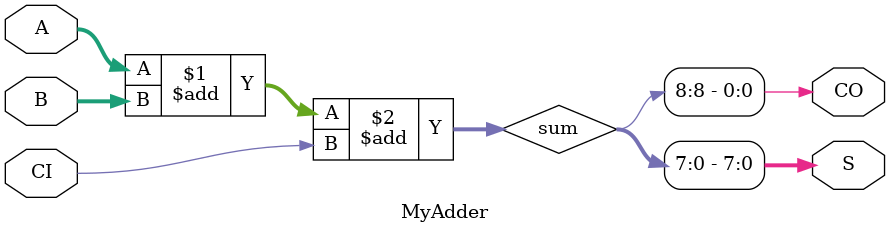
<source format=v>

module ALU(input [10:0] OP,
           input [7:0] A,
           input [7:0] B,
           input CI,
           output reg CO,
           output reg VO,
           output reg SO,
           output reg ZO,
           output reg [7:0] Result,
           output reg [7:0] IntR);

  // Declare intermediate wires
  wire [7:0] add_out, sub_out, and_out, or_out, xor_out, inc_out, dec_out, sl_out, sr_out, rl_out, rr_out, slt_out;
  wire [7:0] add_in_b, sub_in_b, sl_in_b, sr_in_b, rl_in_b, rr_in_b;
  wire add_cout, sub_cout, sl_cout, sr_cout;
  
  // Define intermediate logic
  assign add_in_b = B;
  assign sub_in_b = ~B + 1;
  assign sl_in_b = B << 1;
  assign sr_in_b = B >> 1;
  assign rl_in_b = {B[6:0], B[7]};
  assign rr_in_b = {B[0], B[7:1]};
  
  MyAdder adder(.A(A), .B(add_in_b), .CI(CI), .S(add_out), .CO(add_cout));
  MyAdder adder_sub(.A(A), .B(sub_in_b), .CI(CI), .S(sub_out), .CO(sub_cout));
  assign and_out = A & B;
  assign or_out = A | B;
  assign xor_out = A ^ B;
  assign inc_out = A + 1;
  assign dec_out = A - 1;
  assign sl_out = sl_in_b;
  MyAdder shifter_r(.A(A), .B(sr_in_b), .CI(sr_in_b[0]), .S(sr_out), .CO(sr_cout));
  assign rl_out = rl_in_b;
  assign rr_out = rr_in_b;
  assign slt_out = (A < B) ? 1 : 0;
  
  // Select output based on OP
  always @(*) begin
    case (OP)
      11'b00_00_00_000: begin // ADD
        IntR = add_out;
        Result = add_out;
        CO = add_cout;
        VO = (A[7] == B[7] && A[7] != Result[7]) ? 1 : 0;
        SO = Result[7];
        ZO = (Result == 0) ? 1 : 0;
      end
      11'b00_00_00_001: begin // SUB
        IntR = sub_out;
        Result = sub_out;
        CO = sub_cout;
        VO = (A[7] != B[7] && A[7] != Result[7]) ? 1 : 0;
        SO = Result[7];
        ZO = (Result == 0) ? 1 : 0;
      end
      11'b00_00_00_010: begin // AND
        IntR = and_out;
        Result = and_out;
        CO = 1'b0;
        VO = 1'b0;
        SO = Result[7];
        ZO = (Result == 0) ? 1 : 0;
      end
      11'b00_00_00_011: begin // OR
        IntR = or_out;
        Result = or_out;
        CO = 1'b0;
        VO = 1'b0;
        SO = Result[7];
        ZO = (Result == 0) ? 1 : 0;
      end
      11'b00_00_00_100: begin // XOR
        IntR = xor_out;
        Result = xor_out;
        CO = 1'b0;
        VO = 1'b0;
        SO = Result[7];
        ZO = (Result == 0) ? 1 : 0;
      end
      11'b00_00_00_101: begin // INC
        IntR = inc_out;
        Result = inc_out;
        CO = (A == 8'hFF) ? 1 : 0;
        VO = (A[7] == 1 && Result[7] == 0) ? 1 : 0;
        SO = Result[7];
        ZO = (Result == 0) ? 1 : 0;
      end
      11'b00_00_00_110: begin // DEC
        IntR = dec_out;
        Result = dec_out;
        CO = (A == 8'h00) ? 1 : 0;
        VO = (A[7] == 0 && Result[7] == 1) ? 1 : 0;
        SO = Result[7];
        ZO = (Result == 0) ? 1 : 0;
      end
      11'b00_00_00_111: begin // SHL
        IntR = sl_out;
        Result = sl_out;
        CO = A[7];
        VO = (A[7] != Result[7]) ? 1 : 0;
        SO = Result[7];
        ZO = (Result == 0) ? 1 : 0;
      end
      11'b00_00_01_000: begin // SHR
        IntR = sr_out;
        Result = sr_out;
        CO = A[0];
        VO = 1'b0;
        SO = Result[7];
        ZO = (Result == 0) ? 1 : 0;
      end
      11'b00_00_01_001: begin // ROL
        IntR = rl_out;
        Result = rl_out;
        CO = A[7];
        VO = (A[7] != Result[7]) ? 1 : 0;
        SO = Result[7];
        ZO = (Result == 0) ? 1 : 0;
      end
      11'b00_00_01_010: begin // ROR
        IntR = rr_out;
        Result = rr_out;
        CO = A[0];
        VO = (A[0] != Result[0]) ? 1 : 0;
        SO = Result[7];
        ZO = (Result == 0) ? 1 : 0;
      end
      11'b00_00_01_011: begin // SLT
        IntR = slt_out;
        Result = slt_out;
        CO = 1'b0;
        VO = 1'b0;
        SO = Result[7];
        ZO = (Result == 0) ? 1 : 0;
      end
      default: begin // Invalid OP
        IntR = 8'h00;
        Result = 8'h00;
        CO = 1'b0;
        VO = 1'b0;
        SO = 1'b0;
        ZO = 1'b0;
      end
    endcase
  end
endmodule
module MyAdder(input [7:0] A, B, input CI, output [7:0] S, output CO);
  wire [8:0] sum;
  assign sum = A + B + CI;
  assign S = sum[7:0]; // Truncate to 8 bits
  assign CO = sum[8];
endmodule
</source>
